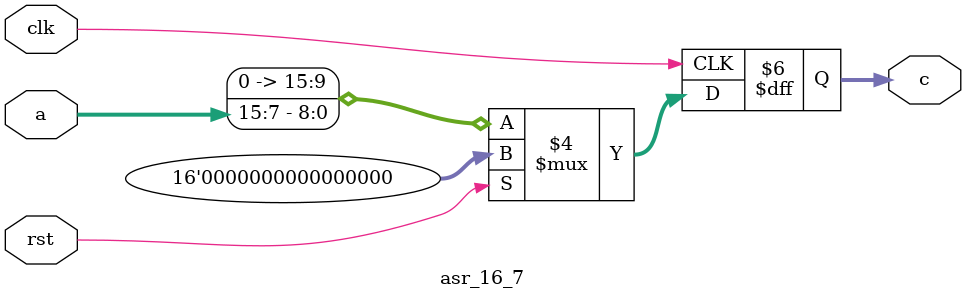
<source format=v>
module asr_16_7(
    a,
    c,
    clk,
    rst
);

input [15:0] a;
input clk, rst;
output [15:0] c;

always @ ( posedge clk )
begin
    case(rst)
        0: c = a >>> 7;
        default: c = 0;
    endcase
end
endmodule

</source>
